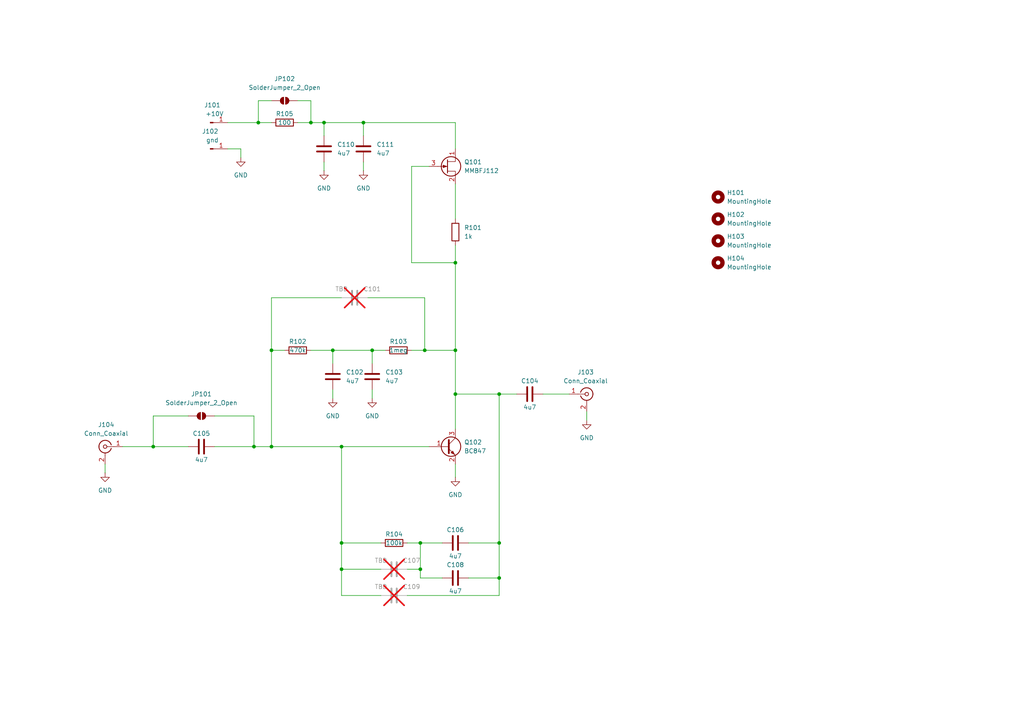
<source format=kicad_sch>
(kicad_sch (version 20250114) (generator "eeschema") (generator_version "9.0")
  (paper "A4")
  (lib_symbols
    (symbol "Connector:Conn_01x01_Pin" (pin_names (offset 1.016) (hide yes))
      (property "Reference" "J" (at 0 2.54 0))
      (property "Value" "Conn_01x01_Pin" (at 0 -2.54 0))
      (symbol "Conn_01x01_Pin_1_1"
        (rectangle (start 0.8636 0.127) (end 0 -0.127) (stroke (width 0.1524)) (fill (type outline)))
        (polyline (pts (xy 1.27 0) (xy 0.8636 0)) (stroke (width 0.1524)))
        (pin passive line (at 5.08 0 180) (length 3.81) (name "Pin_1") (number "1"))
      )
    )
    (symbol "Connector:Conn_Coaxial" (pin_names (offset 1.016) (hide yes))
      (property "Reference" "J" (at 0.254 3.048 0))
      (property "Value" "Conn_Coaxial" (at 2.921 0 90))
      (symbol "Conn_Coaxial_0_1"
        (polyline (pts (xy -2.54 0) (xy -0.508 0)))
        (arc (start 1.778 0) (mid 0.222 -1.8079) (end -1.778 -0.508) (stroke (width 0.254)))
        (arc (start -1.778 0.508) (mid 0.2221 1.8084) (end 1.778 0) (stroke (width 0.254)))
        (circle (center 0 0) (radius 0.508) (stroke (width 0.2032)))
        (polyline (pts (xy 0 -2.54) (xy 0 -1.778)))
      )
      (symbol "Conn_Coaxial_1_1"
        (pin passive line (at -5.08 0 0) (length 2.54) (name "In") (number "1"))
        (pin passive line (at 0 -5.08 90) (length 2.54) (name "Ext") (number "2"))
      )
    )
    (symbol "Device:C" (pin_numbers (hide yes)) (pin_names (offset 0.254))
      (property "Reference" "C" (at 0.635 2.54 0))
      (property "Value" "C" (at 0.635 -2.54 0))
      (symbol "C_0_1"
        (polyline (pts (xy -2.032 0.762) (xy 2.032 0.762)) (stroke (width 0.508)))
        (polyline (pts (xy -2.032 -0.762) (xy 2.032 -0.762)) (stroke (width 0.508)))
      )
      (symbol "C_1_1"
        (pin passive line (at 0 3.81 270) (length 2.794) (name "~") (number "1"))
        (pin passive line (at 0 -3.81 90) (length 2.794) (name "~") (number "2"))
      )
    )
    (symbol "Device:R" (pin_numbers (hide yes)) (pin_names (offset 0))
      (property "Reference" "R" (at 2.032 0 90))
      (property "Value" "R" (at 0 0 90))
      (symbol "R_0_1"
        (rectangle (start -1.016 -2.54) (end 1.016 2.54) (stroke (width 0.254)))
      )
      (symbol "R_1_1"
        (pin passive line (at 0 3.81 270) (length 1.27) (name "~") (number "1"))
        (pin passive line (at 0 -3.81 90) (length 1.27) (name "~") (number "2"))
      )
    )
    (symbol "Jumper:SolderJumper_2_Open" (pin_numbers (hide yes)) (pin_names (offset 0) (hide yes)) (exclude_from_sim yes) (in_bom no)
      (property "Reference" "JP" (at 0 2.032 0))
      (property "Value" "SolderJumper_2_Open" (at 0 -2.54 0))
      (symbol "SolderJumper_2_Open_0_1"
        (polyline (pts (xy -0.254 1.016) (xy -0.254 -1.016)))
        (arc (start -0.254 -1.016) (mid -1.2656 0) (end -0.254 1.016))
        (arc (start -0.254 -1.016) (mid -1.2656 0) (end -0.254 1.016) (fill (type outline)))
        (arc (start 0.254 1.016) (mid 1.2656 0) (end 0.254 -1.016))
        (arc (start 0.254 1.016) (mid 1.2656 0) (end 0.254 -1.016) (fill (type outline)))
        (polyline (pts (xy 0.254 1.016) (xy 0.254 -1.016)))
      )
      (symbol "SolderJumper_2_Open_1_1"
        (pin passive line (at -3.81 0 0) (length 2.54) (name "A") (number "1"))
        (pin passive line (at 3.81 0 180) (length 2.54) (name "B") (number "2"))
      )
    )
    (symbol "Mechanical:MountingHole" (pin_names (offset 1.016)) (exclude_from_sim yes) (in_bom no)
      (property "Reference" "H" (at 0 5.08 0))
      (property "Value" "MountingHole" (at 0 3.175 0))
      (symbol "MountingHole_0_1"
        (circle (center 0 0) (radius 1.27) (stroke (width 1.27)))
      )
    )
    (symbol "Transistor_BJT:BC847" (pin_names (offset 0) (hide yes))
      (property "Reference" "Q" (at 5.08 1.905 0))
      (property "Value" "BC847" (at 5.08 0 0))
      (symbol "BC847_0_1"
        (polyline (pts (xy 0.635 1.905) (xy 0.635 -1.905) (xy 0.635 -1.905)) (stroke (width 0.508)))
        (polyline (pts (xy 0.635 0.635) (xy 2.54 2.54)))
        (polyline (pts (xy 0.635 -0.635) (xy 2.54 -2.54) (xy 2.54 -2.54)))
        (circle (center 1.27 0) (radius 2.8194) (stroke (width 0.254)))
        (polyline (pts (xy 1.27 -1.778) (xy 1.778 -1.27) (xy 2.286 -2.286) (xy 1.27 -1.778) (xy 1.27 -1.778)) (fill (type outline)))
      )
      (symbol "BC847_1_1"
        (pin input line (at -5.08 0 0) (length 5.715) (name "B") (number "1"))
        (pin passive line (at 2.54 5.08 270) (length 2.54) (name "C") (number "3"))
        (pin passive line (at 2.54 -5.08 90) (length 2.54) (name "E") (number "2"))
      )
    )
    (symbol "Transistor_FET:MMBFJ112" (pin_names (hide yes))
      (property "Reference" "Q" (at 5.08 1.905 0))
      (property "Value" "MMBFJ112" (at 5.08 0 0))
      (symbol "MMBFJ112_0_1"
        (polyline (pts (xy 0 0) (xy -1.016 0.381) (xy -1.016 -0.381) (xy 0 0)) (fill (type outline)))
        (polyline (pts (xy 0.254 1.905) (xy 0.254 -1.905)) (stroke (width 0.254)))
        (polyline (pts (xy 0.254 0) (xy -2.54 0)))
        (circle (center 1.27 0) (radius 2.8194) (stroke (width 0.254)))
        (polyline (pts (xy 2.54 2.54) (xy 2.54 1.397) (xy 0.254 1.397)))
        (polyline (pts (xy 2.54 -2.54) (xy 2.54 -1.397) (xy 0.254 -1.397)))
      )
      (symbol "MMBFJ112_1_1"
        (pin input line (at -5.08 0 0) (length 2.54) (name "G") (number "3"))
        (pin passive line (at 2.54 5.08 270) (length 2.54) (name "D") (number "1"))
        (pin passive line (at 2.54 -5.08 90) (length 2.54) (name "S") (number "2"))
      )
    )
    (symbol "power:GND" (power) (pin_numbers (hide yes)) (pin_names (offset 0) (hide yes))
      (property "Value" "GND" (at 0 -3.81 0))
      (symbol "GND_0_1"
        (polyline (pts (xy 0 0) (xy 0 -1.27) (xy 1.27 -1.27) (xy 0 -2.54) (xy -1.27 -1.27) (xy 0 -1.27)))
      )
      (symbol "GND_1_1"
        (pin power_in line (at 0 0 270) (length 0) (name "~") (number "1"))
      )
    )
  )
  (junction (at 99.06 157.48))
  (junction (at 96.52 101.6))
  (junction (at 93.98 35.56))
  (junction (at 73.66 129.54))
  (junction (at 44.45 129.54))
  (junction (at 123.19 101.6))
  (junction (at 144.78 114.3))
  (junction (at 107.95 101.6))
  (junction (at 121.92 165.1))
  (junction (at 90.17 35.56))
  (junction (at 105.41 35.56))
  (junction (at 78.74 129.54))
  (junction (at 99.06 129.54))
  (junction (at 144.78 157.48))
  (junction (at 78.74 101.6))
  (junction (at 99.06 165.1))
  (junction (at 121.92 157.48))
  (junction (at 144.78 167.64))
  (junction (at 132.08 76.2))
  (junction (at 74.93 35.56))
  (junction (at 132.08 101.6))
  (junction (at 132.08 114.3))
  (wire (pts (xy 119.38 101.6) (xy 123.19 101.6)))
  (wire (pts (xy 132.08 35.56) (xy 132.08 43.18)))
  (wire (pts (xy 73.66 129.54) (xy 78.74 129.54)))
  (wire (pts (xy 69.85 43.18) (xy 66.04 43.18)))
  (wire (pts (xy 62.23 129.54) (xy 73.66 129.54)))
  (wire (pts (xy 170.18 119.38) (xy 170.18 121.92)))
  (wire (pts (xy 30.48 134.62) (xy 30.48 137.16)))
  (wire (pts (xy 105.41 39.37) (xy 105.41 35.56)))
  (wire (pts (xy 123.19 101.6) (xy 132.08 101.6)))
  (wire (pts (xy 105.41 49.53) (xy 105.41 46.99)))
  (wire (pts (xy 74.93 35.56) (xy 78.74 35.56)))
  (wire (pts (xy 90.17 101.6) (xy 96.52 101.6)))
  (wire (pts (xy 90.17 29.21) (xy 90.17 35.56)))
  (wire (pts (xy 128.27 167.64) (xy 121.92 167.64)))
  (wire (pts (xy 144.78 157.48) (xy 144.78 167.64)))
  (wire (pts (xy 107.95 115.57) (xy 107.95 113.03)))
  (wire (pts (xy 132.08 134.62) (xy 132.08 138.43)))
  (wire (pts (xy 118.11 165.1) (xy 121.92 165.1)))
  (wire (pts (xy 144.78 157.48) (xy 144.78 114.3)))
  (wire (pts (xy 132.08 76.2) (xy 132.08 101.6)))
  (wire (pts (xy 93.98 35.56) (xy 105.41 35.56)))
  (wire (pts (xy 119.38 76.2) (xy 132.08 76.2)))
  (wire (pts (xy 132.08 53.34) (xy 132.08 63.5)))
  (wire (pts (xy 86.36 29.21) (xy 90.17 29.21)))
  (wire (pts (xy 99.06 165.1) (xy 110.49 165.1)))
  (wire (pts (xy 74.93 29.21) (xy 78.74 29.21)))
  (wire (pts (xy 86.36 35.56) (xy 90.17 35.56)))
  (wire (pts (xy 144.78 114.3) (xy 149.86 114.3)))
  (wire (pts (xy 93.98 49.53) (xy 93.98 46.99)))
  (wire (pts (xy 90.17 35.56) (xy 93.98 35.56)))
  (wire (pts (xy 132.08 71.12) (xy 132.08 76.2)))
  (wire (pts (xy 132.08 114.3) (xy 144.78 114.3)))
  (wire (pts (xy 73.66 129.54) (xy 73.66 120.65)))
  (wire (pts (xy 99.06 86.36) (xy 78.74 86.36)))
  (wire (pts (xy 123.19 86.36) (xy 123.19 101.6)))
  (wire (pts (xy 96.52 105.41) (xy 96.52 101.6)))
  (wire (pts (xy 144.78 172.72) (xy 118.11 172.72)))
  (wire (pts (xy 35.56 129.54) (xy 44.45 129.54)))
  (wire (pts (xy 44.45 120.65) (xy 44.45 129.54)))
  (wire (pts (xy 99.06 157.48) (xy 110.49 157.48)))
  (wire (pts (xy 74.93 35.56) (xy 74.93 29.21)))
  (wire (pts (xy 78.74 101.6) (xy 82.55 101.6)))
  (wire (pts (xy 144.78 167.64) (xy 144.78 172.72)))
  (wire (pts (xy 157.48 114.3) (xy 165.1 114.3)))
  (wire (pts (xy 132.08 114.3) (xy 132.08 124.46)))
  (wire (pts (xy 105.41 35.56) (xy 132.08 35.56)))
  (wire (pts (xy 118.11 157.48) (xy 121.92 157.48)))
  (wire (pts (xy 123.19 86.36) (xy 106.68 86.36)))
  (wire (pts (xy 110.49 172.72) (xy 99.06 172.72)))
  (wire (pts (xy 124.46 48.26) (xy 119.38 48.26)))
  (wire (pts (xy 99.06 129.54) (xy 124.46 129.54)))
  (wire (pts (xy 99.06 172.72) (xy 99.06 165.1)))
  (wire (pts (xy 107.95 101.6) (xy 111.76 101.6)))
  (wire (pts (xy 78.74 101.6) (xy 78.74 129.54)))
  (wire (pts (xy 121.92 167.64) (xy 121.92 165.1)))
  (wire (pts (xy 96.52 101.6) (xy 107.95 101.6)))
  (wire (pts (xy 121.92 157.48) (xy 128.27 157.48)))
  (wire (pts (xy 99.06 129.54) (xy 99.06 157.48)))
  (wire (pts (xy 66.04 35.56) (xy 74.93 35.56)))
  (wire (pts (xy 73.66 120.65) (xy 62.23 120.65)))
  (wire (pts (xy 132.08 101.6) (xy 132.08 114.3)))
  (wire (pts (xy 135.89 157.48) (xy 144.78 157.48)))
  (wire (pts (xy 96.52 115.57) (xy 96.52 113.03)))
  (wire (pts (xy 119.38 48.26) (xy 119.38 76.2)))
  (wire (pts (xy 99.06 157.48) (xy 99.06 165.1)))
  (wire (pts (xy 93.98 39.37) (xy 93.98 35.56)))
  (wire (pts (xy 78.74 129.54) (xy 99.06 129.54)))
  (wire (pts (xy 78.74 86.36) (xy 78.74 101.6)))
  (wire (pts (xy 107.95 105.41) (xy 107.95 101.6)))
  (wire (pts (xy 135.89 167.64) (xy 144.78 167.64)))
  (wire (pts (xy 69.85 45.72) (xy 69.85 43.18)))
  (wire (pts (xy 121.92 165.1) (xy 121.92 157.48)))
  (wire (pts (xy 54.61 120.65) (xy 44.45 120.65)))
  (wire (pts (xy 44.45 129.54) (xy 54.61 129.54)))
  (symbol (lib_id "power:GND") (at 69.85 45.72 0) (unit 1)
    (property "Reference" "#PWR0101" (effects (hide yes)))
    (property "Value" "GND" (at 69.85 50.8 0))
    (property "Description" "Power symbol creates a global label with name \"GND\" , ground" (effects (hide yes)))
  )
  (symbol (lib_id "Jumper:SolderJumper_2_Open") (at 82.55 29.21 0) (unit 1) (exclude_from_sim yes) (in_bom no)
    (property "Reference" "JP102" (at 82.55 22.86 0))
    (property "Value" "SolderJumper_2_Open" (at 82.55 25.4 0))
    (property "Footprint" "Jumper:SolderJumper-2_P1.3mm_Open_RoundedPad1.0x1.5mm" (effects (hide yes)))
    (property "Description" "Solder Jumper, 2-pole, open" (effects (hide yes)))
  )
  (symbol (lib_id "Device:R") (at 82.55 35.56 90) (unit 1)
    (property "Reference" "R105" (at 82.55 33.02 90))
    (property "Value" "100" (at 82.55 35.56 90))
    (property "Footprint" "Resistor_SMD:R_0805_2012Metric" (effects (hide yes)))
    (property "Description" "Resistor" (effects (hide yes)))
  )
  (symbol (lib_id "power:GND") (at 132.08 138.43 0) (unit 1)
    (property "Reference" "#PWR0106" (effects (hide yes)))
    (property "Value" "GND" (at 132.08 143.51 0))
    (property "Description" "Power symbol creates a global label with name \"GND\" , ground" (effects (hide yes)))
  )
  (symbol (lib_id "Mechanical:MountingHole") (at 208.28 69.85 0) (unit 1) (exclude_from_sim yes) (in_bom no)
    (property "Reference" "H103" (at 210.82 68.5799 0) (effects (justify left)))
    (property "Value" "MountingHole" (at 210.82 71.1199 0) (effects (justify left)))
    (property "Footprint" "MountingHole:MountingHole_3mm" (effects (hide yes)))
    (property "Description" "Mounting Hole without connection" (effects (hide yes)))
  )
  (symbol (lib_id "Device:C") (at 107.95 109.22 180) (unit 1)
    (property "Reference" "C103" (at 111.76 107.9499 0) (effects (justify right)))
    (property "Value" "4u7" (at 111.76 110.4899 0) (effects (justify right)))
    (property "Footprint" "Capacitor_THT:C_Rect_L7.2mm_W5.5mm_P5.00mm_FKS2_FKP2_MKS2_MKP2" (effects (hide yes)))
    (property "Description" "Unpolarized capacitor" (effects (hide yes)))
  )
  (symbol (lib_id "Device:C") (at 102.87 86.36 90) (unit 1) (dnp yes)
    (property "Reference" "C101" (at 107.95 83.82 90))
    (property "Value" "TBD" (at 99.06 83.82 90))
    (property "Footprint" "Capacitor_SMD:C_0805_2012Metric" (effects (hide yes)))
    (property "Description" "Unpolarized capacitor" (effects (hide yes)))
  )
  (symbol (lib_id "Device:C") (at 58.42 129.54 270) (unit 1)
    (property "Reference" "C105" (at 58.42 125.73 90))
    (property "Value" "4u7" (at 58.42 133.35 90))
    (property "Footprint" "Capacitor_THT:C_Rect_L7.2mm_W5.5mm_P5.00mm_FKS2_FKP2_MKS2_MKP2" (effects (hide yes)))
    (property "Description" "Unpolarized capacitor" (effects (hide yes)))
  )
  (symbol (lib_id "Device:R") (at 114.3 157.48 90) (unit 1)
    (property "Reference" "R104" (at 114.3 154.94 90))
    (property "Value" "100k" (at 114.3 157.48 90))
    (property "Footprint" "Resistor_SMD:R_0805_2012Metric" (effects (hide yes)))
    (property "Description" "Resistor" (effects (hide yes)))
  )
  (symbol (lib_id "Transistor_BJT:BC847") (at 129.54 129.54 0) (unit 1)
    (property "Reference" "Q102" (at 134.62 128.2699 0) (effects (justify left)))
    (property "Value" "BC847" (at 134.62 130.8099 0) (effects (justify left)))
    (property "Footprint" "Package_TO_SOT_SMD:SOT-23" (effects (hide yes)))
    (property "Datasheet" "http://www.infineon.com/dgdl/Infineon-BC847SERIES_BC848SERIES_BC849SERIES_BC850SERIES-DS-v01_01-en.pdf?fileId=db3a304314dca389011541d4630a1657" (effects (hide yes)))
    (property "Description" "0.1A Ic, 45V Vce, NPN Transistor, SOT-23" (effects (hide yes)))
  )
  (symbol (lib_id "power:GND") (at 96.52 115.57 0) (unit 1)
    (property "Reference" "#PWR0102" (effects (hide yes)))
    (property "Value" "GND" (at 96.52 120.65 0))
    (property "Description" "Power symbol creates a global label with name \"GND\" , ground" (effects (hide yes)))
  )
  (symbol (lib_id "Device:C") (at 132.08 157.48 270) (unit 1)
    (property "Reference" "C106" (at 132.08 153.67 90))
    (property "Value" "4u7" (at 132.08 161.29 90))
    (property "Footprint" "Capacitor_THT:C_Rect_L7.2mm_W5.5mm_P5.00mm_FKS2_FKP2_MKS2_MKP2" (effects (hide yes)))
    (property "Description" "Unpolarized capacitor" (effects (hide yes)))
  )
  (symbol (lib_id "Connector:Conn_01x01_Pin") (at 60.96 35.56 0) (unit 1)
    (property "Reference" "J101" (at 61.595 30.48 0))
    (property "Value" "+10V" (at 62.23 33.02 0))
    (property "Footprint" "footprints:CT3149-2" (effects (hide yes)))
    (property "Description" "Generic connector, single row, 01x01, script generated" (effects (hide yes)))
  )
  (symbol (lib_id "Device:C") (at 114.3 172.72 90) (unit 1) (dnp yes)
    (property "Reference" "C109" (at 119.38 170.18 90))
    (property "Value" "TBD" (at 110.49 170.18 90))
    (property "Footprint" "Capacitor_SMD:C_0805_2012Metric" (effects (hide yes)))
    (property "Description" "Unpolarized capacitor" (effects (hide yes)))
  )
  (symbol (lib_id "Device:R") (at 132.08 67.31 0) (unit 1)
    (property "Reference" "R101" (at 134.62 66.0399 0) (effects (justify left)))
    (property "Value" "1k" (at 134.62 68.5799 0) (effects (justify left)))
    (property "Footprint" "Resistor_SMD:R_0805_2012Metric" (effects (hide yes)))
    (property "Description" "Resistor" (effects (hide yes)))
  )
  (symbol (lib_id "Mechanical:MountingHole") (at 208.28 76.2 0) (unit 1) (exclude_from_sim yes) (in_bom no)
    (property "Reference" "H104" (at 210.82 74.9299 0) (effects (justify left)))
    (property "Value" "MountingHole" (at 210.82 77.4699 0) (effects (justify left)))
    (property "Footprint" "MountingHole:MountingHole_3mm" (effects (hide yes)))
    (property "Description" "Mounting Hole without connection" (effects (hide yes)))
  )
  (symbol (lib_id "Jumper:SolderJumper_2_Open") (at 58.42 120.65 0) (unit 1) (exclude_from_sim yes) (in_bom no)
    (property "Reference" "JP101" (at 58.42 114.3 0))
    (property "Value" "SolderJumper_2_Open" (at 58.42 116.84 0))
    (property "Footprint" "Jumper:SolderJumper-2_P1.3mm_Open_RoundedPad1.0x1.5mm" (effects (hide yes)))
    (property "Description" "Solder Jumper, 2-pole, open" (effects (hide yes)))
  )
  (symbol (lib_id "Device:C") (at 105.41 43.18 180) (unit 1)
    (property "Reference" "C111" (at 109.22 41.9099 0) (effects (justify right)))
    (property "Value" "4u7" (at 109.22 44.4499 0) (effects (justify right)))
    (property "Footprint" "Capacitor_THT:C_Rect_L7.2mm_W5.5mm_P5.00mm_FKS2_FKP2_MKS2_MKP2" (effects (hide yes)))
    (property "Description" "Unpolarized capacitor" (effects (hide yes)))
  )
  (symbol (lib_id "Device:C") (at 114.3 165.1 90) (unit 1) (dnp yes)
    (property "Reference" "C107" (at 119.38 162.56 90))
    (property "Value" "TBD" (at 110.49 162.56 90))
    (property "Footprint" "Capacitor_SMD:C_0805_2012Metric" (effects (hide yes)))
    (property "Description" "Unpolarized capacitor" (effects (hide yes)))
  )
  (symbol (lib_id "power:GND") (at 107.95 115.57 0) (unit 1)
    (property "Reference" "#PWR0103" (effects (hide yes)))
    (property "Value" "GND" (at 107.95 120.65 0))
    (property "Description" "Power symbol creates a global label with name \"GND\" , ground" (effects (hide yes)))
  )
  (symbol (lib_id "Device:R") (at 86.36 101.6 90) (unit 1)
    (property "Reference" "R102" (at 86.36 99.06 90))
    (property "Value" "470k" (at 86.36 101.6 90))
    (property "Footprint" "Resistor_SMD:R_0805_2012Metric" (effects (hide yes)))
    (property "Description" "Resistor" (effects (hide yes)))
  )
  (symbol (lib_id "Device:C") (at 96.52 109.22 180) (unit 1)
    (property "Reference" "C102" (at 100.33 107.9499 0) (effects (justify right)))
    (property "Value" "4u7" (at 100.33 110.4899 0) (effects (justify right)))
    (property "Footprint" "Capacitor_THT:C_Rect_L7.2mm_W5.5mm_P5.00mm_FKS2_FKP2_MKS2_MKP2" (effects (hide yes)))
    (property "Description" "Unpolarized capacitor" (effects (hide yes)))
  )
  (symbol (lib_id "Device:C") (at 93.98 43.18 180) (unit 1)
    (property "Reference" "C110" (at 97.79 41.9099 0) (effects (justify right)))
    (property "Value" "4u7" (at 97.79 44.4499 0) (effects (justify right)))
    (property "Footprint" "Capacitor_THT:C_Rect_L7.2mm_W5.5mm_P5.00mm_FKS2_FKP2_MKS2_MKP2" (effects (hide yes)))
    (property "Description" "Unpolarized capacitor" (effects (hide yes)))
  )
  (symbol (lib_id "Connector:Conn_Coaxial") (at 170.18 114.3 0) (unit 1)
    (property "Reference" "J103" (at 169.8626 107.95 0))
    (property "Value" "Conn_Coaxial" (at 169.8626 110.49 0))
    (property "Footprint" "Connector_Coaxial:BNC_Amphenol_B6252HB-NPP3G-50_Horizontal" (effects (hide yes)))
    (property "Description" "coaxial connector (BNC, SMA, SMB, SMC, Cinch/RCA, LEMO, ...)" (effects (hide yes)))
  )
  (symbol (lib_id "Device:C") (at 153.67 114.3 270) (unit 1)
    (property "Reference" "C104" (at 153.67 110.49 90))
    (property "Value" "4u7" (at 153.67 118.11 90))
    (property "Footprint" "Capacitor_THT:C_Rect_L7.2mm_W5.5mm_P5.00mm_FKS2_FKP2_MKS2_MKP2" (effects (hide yes)))
    (property "Description" "Unpolarized capacitor" (effects (hide yes)))
  )
  (symbol (lib_id "Mechanical:MountingHole") (at 208.28 57.15 0) (unit 1) (exclude_from_sim yes) (in_bom no)
    (property "Reference" "H101" (at 210.82 55.8799 0) (effects (justify left)))
    (property "Value" "MountingHole" (at 210.82 58.4199 0) (effects (justify left)))
    (property "Footprint" "MountingHole:MountingHole_3mm" (effects (hide yes)))
    (property "Description" "Mounting Hole without connection" (effects (hide yes)))
  )
  (symbol (lib_id "Device:C") (at 132.08 167.64 270) (unit 1)
    (property "Reference" "C108" (at 132.08 163.83 90))
    (property "Value" "4u7" (at 132.08 171.45 90))
    (property "Footprint" "Capacitor_THT:C_Rect_L7.2mm_W5.5mm_P5.00mm_FKS2_FKP2_MKS2_MKP2" (effects (hide yes)))
    (property "Description" "Unpolarized capacitor" (effects (hide yes)))
  )
  (symbol (lib_id "Connector:Conn_Coaxial") (at 30.48 129.54 0) (mirror y) (unit 1)
    (property "Reference" "J104" (at 30.7974 123.19 0))
    (property "Value" "Conn_Coaxial" (at 30.7974 125.73 0))
    (property "Footprint" "Connector_Coaxial:BNC_Amphenol_B6252HB-NPP3G-50_Horizontal" (effects (hide yes)))
    (property "Description" "coaxial connector (BNC, SMA, SMB, SMC, Cinch/RCA, LEMO, ...)" (effects (hide yes)))
  )
  (symbol (lib_id "power:GND") (at 93.98 49.53 0) (unit 1)
    (property "Reference" "#PWR0107" (effects (hide yes)))
    (property "Value" "GND" (at 93.98 54.61 0))
    (property "Description" "Power symbol creates a global label with name \"GND\" , ground" (effects (hide yes)))
  )
  (symbol (lib_id "Connector:Conn_01x01_Pin") (at 60.96 43.18 0) (unit 1)
    (property "Reference" "J102" (at 60.96 38.1 0))
    (property "Value" "gnd" (at 61.595 40.64 0))
    (property "Footprint" "footprints:CT3149-0" (effects (hide yes)))
    (property "Description" "Generic connector, single row, 01x01, script generated" (effects (hide yes)))
  )
  (symbol (lib_id "power:GND") (at 170.18 121.92 0) (unit 1)
    (property "Reference" "#PWR0104" (effects (hide yes)))
    (property "Value" "GND" (at 170.18 127 0))
    (property "Description" "Power symbol creates a global label with name \"GND\" , ground" (effects (hide yes)))
  )
  (symbol (lib_id "Transistor_FET:MMBFJ112") (at 129.54 48.26 0) (unit 1)
    (property "Reference" "Q101" (at 134.62 46.9899 0) (effects (justify left)))
    (property "Value" "MMBFJ112" (at 134.62 49.5299 0) (effects (justify left)))
    (property "Footprint" "Package_TO_SOT_SMD:SOT-23" (effects (hide yes)))
    (property "Datasheet" "https://www.onsemi.com/pub/Collateral/MMBFJ113-D.PDF" (effects (hide yes)))
    (property "Description" "5mA min, 35V, 50mOhm max, 1-5V Vgs(off), N-Channel JFET, SOT-23" (effects (hide yes)))
  )
  (symbol (lib_id "power:GND") (at 105.41 49.53 0) (unit 1)
    (property "Reference" "#PWR0108" (effects (hide yes)))
    (property "Value" "GND" (at 105.41 54.61 0))
    (property "Description" "Power symbol creates a global label with name \"GND\" , ground" (effects (hide yes)))
  )
  (symbol (lib_id "Mechanical:MountingHole") (at 208.28 63.5 0) (unit 1) (exclude_from_sim yes) (in_bom no)
    (property "Reference" "H102" (at 210.82 62.2299 0) (effects (justify left)))
    (property "Value" "MountingHole" (at 210.82 64.7699 0) (effects (justify left)))
    (property "Footprint" "MountingHole:MountingHole_3mm" (effects (hide yes)))
    (property "Description" "Mounting Hole without connection" (effects (hide yes)))
  )
  (symbol (lib_id "power:GND") (at 30.48 137.16 0) (unit 1)
    (property "Reference" "#PWR0105" (effects (hide yes)))
    (property "Value" "GND" (at 30.48 142.24 0))
    (property "Description" "Power symbol creates a global label with name \"GND\" , ground" (effects (hide yes)))
  )
  (symbol (lib_id "Device:R") (at 115.57 101.6 90) (unit 1)
    (property "Reference" "R103" (at 115.57 99.06 90))
    (property "Value" "1meg" (at 115.57 101.6 90))
    (property "Footprint" "Resistor_SMD:R_0805_2012Metric" (effects (hide yes)))
    (property "Description" "Resistor" (effects (hide yes)))
  )
)
</source>
